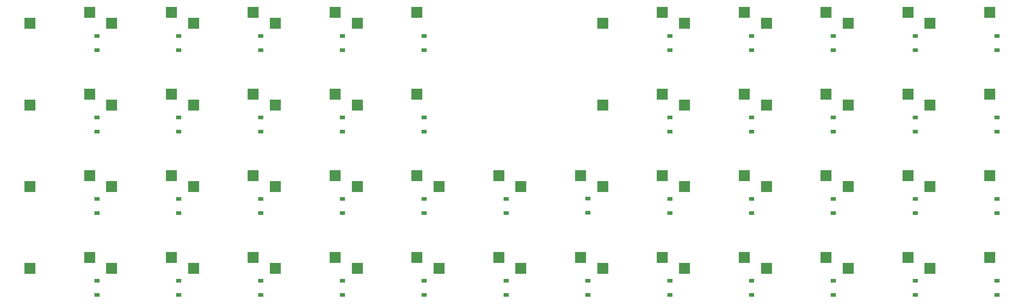
<source format=gbr>
%TF.GenerationSoftware,KiCad,Pcbnew,(5.99.0-8803-gb07c8110c8)*%
%TF.CreationDate,2021-05-08T13:19:11+01:00*%
%TF.ProjectId,Inflorescent,496e666c-6f72-4657-9363-656e742e6b69,rev?*%
%TF.SameCoordinates,PXf42400PY8954400*%
%TF.FileFunction,Paste,Bot*%
%TF.FilePolarity,Positive*%
%FSLAX46Y46*%
G04 Gerber Fmt 4.6, Leading zero omitted, Abs format (unit mm)*
G04 Created by KiCad (PCBNEW (5.99.0-8803-gb07c8110c8)) date 2021-05-08 13:19:11*
%MOMM*%
%LPD*%
G01*
G04 APERTURE LIST*
%ADD10R,2.550000X2.500000*%
%ADD11R,1.200000X0.900000*%
G04 APERTURE END LIST*
D10*
%TO.C,SW9*%
X172290000Y76080000D03*
X158440000Y73540000D03*
%TD*%
%TO.C,SW11*%
X210290000Y76080000D03*
X196440000Y73540000D03*
%TD*%
%TO.C,SW16*%
X77290000Y57080000D03*
X63440000Y54540000D03*
%TD*%
%TO.C,SW23*%
X210290000Y57080000D03*
X196440000Y54540000D03*
%TD*%
%TO.C,SW31*%
X134290000Y38080000D03*
X120440000Y35540000D03*
%TD*%
%TO.C,SW26*%
X39290000Y38080000D03*
X25440000Y35540000D03*
%TD*%
%TO.C,SW20*%
X153290000Y57080000D03*
X139440000Y54540000D03*
%TD*%
%TO.C,SW22*%
X191290000Y57080000D03*
X177440000Y54540000D03*
%TD*%
%TO.C,SW1*%
X20290000Y76080000D03*
X6440000Y73540000D03*
%TD*%
%TO.C,SW43*%
X134290000Y19080000D03*
X120440000Y16540000D03*
%TD*%
%TO.C,SW13*%
X20290000Y57080000D03*
X6440000Y54540000D03*
%TD*%
%TO.C,SW32*%
X153290000Y38080000D03*
X139440000Y35540000D03*
%TD*%
%TO.C,SW37*%
X20290000Y19080000D03*
X6440000Y16540000D03*
%TD*%
%TO.C,SW25*%
X20290000Y38080000D03*
X6440000Y35540000D03*
%TD*%
%TO.C,SW24*%
X229290000Y57080000D03*
X215440000Y54540000D03*
%TD*%
%TO.C,SW34*%
X191290000Y38080000D03*
X177440000Y35540000D03*
%TD*%
%TO.C,SW2*%
X39290000Y76080000D03*
X25440000Y73540000D03*
%TD*%
%TO.C,SW46*%
X191290000Y19080000D03*
X177440000Y16540000D03*
%TD*%
%TO.C,SW42*%
X115290000Y19080000D03*
X101440000Y16540000D03*
%TD*%
%TO.C,SW15*%
X58290000Y57080000D03*
X44440000Y54540000D03*
%TD*%
%TO.C,SW4*%
X77290000Y76080000D03*
X63440000Y73540000D03*
%TD*%
%TO.C,SW12*%
X229290000Y76080000D03*
X215440000Y73540000D03*
%TD*%
%TO.C,SW47*%
X210290000Y19080000D03*
X196440000Y16540000D03*
%TD*%
%TO.C,SW33*%
X172290000Y38080000D03*
X158440000Y35540000D03*
%TD*%
%TO.C,SW36*%
X229290000Y38080000D03*
X215440000Y35540000D03*
%TD*%
%TO.C,SW29*%
X96290000Y38080000D03*
X82440000Y35540000D03*
%TD*%
%TO.C,SW5*%
X96290000Y76080000D03*
X82440000Y73540000D03*
%TD*%
%TO.C,SW44*%
X153290000Y19080000D03*
X139440000Y16540000D03*
%TD*%
%TO.C,SW48*%
X229290000Y19080000D03*
X215440000Y16540000D03*
%TD*%
%TO.C,SW21*%
X172290000Y57080000D03*
X158440000Y54540000D03*
%TD*%
%TO.C,SW8*%
X153290000Y76080000D03*
X139440000Y73540000D03*
%TD*%
%TO.C,SW28*%
X77290000Y38080000D03*
X63440000Y35540000D03*
%TD*%
%TO.C,SW38*%
X39290000Y19080000D03*
X25440000Y16540000D03*
%TD*%
%TO.C,SW3*%
X58290000Y76080000D03*
X44440000Y73540000D03*
%TD*%
%TO.C,SW40*%
X77290000Y19080000D03*
X63440000Y16540000D03*
%TD*%
%TO.C,SW27*%
X58290000Y38080000D03*
X44440000Y35540000D03*
%TD*%
%TO.C,SW14*%
X39290000Y57080000D03*
X25440000Y54540000D03*
%TD*%
%TO.C,SW30*%
X115290000Y38080000D03*
X101440000Y35540000D03*
%TD*%
%TO.C,SW45*%
X172290000Y19080000D03*
X158440000Y16540000D03*
%TD*%
%TO.C,SW10*%
X191290000Y76080000D03*
X177440000Y73540000D03*
%TD*%
%TO.C,SW39*%
X58290000Y19080000D03*
X44440000Y16540000D03*
%TD*%
%TO.C,SW35*%
X210290000Y38080000D03*
X196440000Y35540000D03*
%TD*%
%TO.C,SW17*%
X96290000Y57080000D03*
X82440000Y54540000D03*
%TD*%
%TO.C,SW41*%
X96290000Y19080000D03*
X82440000Y16540000D03*
%TD*%
D11*
%TO.C,D46*%
X193000000Y10350000D03*
X193000000Y13650000D03*
%TD*%
%TO.C,D32*%
X155000000Y29350000D03*
X155000000Y32650000D03*
%TD*%
%TO.C,D22*%
X193000000Y48350000D03*
X193000000Y51650000D03*
%TD*%
%TO.C,D37*%
X22000000Y10350000D03*
X22000000Y13650000D03*
%TD*%
%TO.C,D40*%
X79000000Y10350000D03*
X79000000Y13650000D03*
%TD*%
%TO.C,D3*%
X60000000Y67350000D03*
X60000000Y70650000D03*
%TD*%
%TO.C,D13*%
X22000000Y48350000D03*
X22000000Y51650000D03*
%TD*%
%TO.C,D31*%
X136000000Y29500000D03*
X136000000Y32800000D03*
%TD*%
%TO.C,D48*%
X231000000Y10350000D03*
X231000000Y13650000D03*
%TD*%
%TO.C,D8*%
X155000000Y67350000D03*
X155000000Y70650000D03*
%TD*%
%TO.C,D20*%
X155000000Y48350000D03*
X155000000Y51650000D03*
%TD*%
%TO.C,D21*%
X174000000Y48350000D03*
X174000000Y51650000D03*
%TD*%
%TO.C,D38*%
X41000000Y10350000D03*
X41000000Y13650000D03*
%TD*%
%TO.C,D33*%
X174000000Y29350000D03*
X174000000Y32650000D03*
%TD*%
%TO.C,D4*%
X79000000Y67350000D03*
X79000000Y70650000D03*
%TD*%
%TO.C,D41*%
X98000000Y10350000D03*
X98000000Y13650000D03*
%TD*%
%TO.C,D27*%
X60000000Y29350000D03*
X60000000Y32650000D03*
%TD*%
%TO.C,D15*%
X60000000Y48350000D03*
X60000000Y51650000D03*
%TD*%
%TO.C,D14*%
X41000000Y48350000D03*
X41000000Y51650000D03*
%TD*%
%TO.C,D26*%
X41000000Y29350000D03*
X41000000Y32650000D03*
%TD*%
%TO.C,D30*%
X117000000Y29350000D03*
X117000000Y32650000D03*
%TD*%
%TO.C,D36*%
X231000000Y29350000D03*
X231000000Y32650000D03*
%TD*%
%TO.C,D12*%
X231000000Y67350000D03*
X231000000Y70650000D03*
%TD*%
%TO.C,D1*%
X22000000Y67350000D03*
X22000000Y70650000D03*
%TD*%
%TO.C,D45*%
X174000000Y10350000D03*
X174000000Y13650000D03*
%TD*%
%TO.C,D16*%
X79000000Y48350000D03*
X79000000Y51650000D03*
%TD*%
%TO.C,D2*%
X41000000Y67350000D03*
X41000000Y70650000D03*
%TD*%
%TO.C,D43*%
X136000000Y10350000D03*
X136000000Y13650000D03*
%TD*%
%TO.C,D35*%
X212000000Y29350000D03*
X212000000Y32650000D03*
%TD*%
%TO.C,D11*%
X212000000Y67350000D03*
X212000000Y70650000D03*
%TD*%
%TO.C,D24*%
X231000000Y48350000D03*
X231000000Y51650000D03*
%TD*%
%TO.C,D28*%
X79000000Y29350000D03*
X79000000Y32650000D03*
%TD*%
%TO.C,D29*%
X98000000Y29350000D03*
X98000000Y32650000D03*
%TD*%
%TO.C,D9*%
X174000000Y67350000D03*
X174000000Y70650000D03*
%TD*%
%TO.C,D23*%
X212000000Y48350000D03*
X212000000Y51650000D03*
%TD*%
%TO.C,D17*%
X98000000Y48350000D03*
X98000000Y51650000D03*
%TD*%
%TO.C,D39*%
X60000000Y10350000D03*
X60000000Y13650000D03*
%TD*%
%TO.C,D25*%
X22000000Y29350000D03*
X22000000Y32650000D03*
%TD*%
%TO.C,D34*%
X193000000Y29350000D03*
X193000000Y32650000D03*
%TD*%
%TO.C,D10*%
X193000000Y67350000D03*
X193000000Y70650000D03*
%TD*%
%TO.C,D42*%
X117000000Y10350000D03*
X117000000Y13650000D03*
%TD*%
%TO.C,D5*%
X98000000Y67350000D03*
X98000000Y70650000D03*
%TD*%
%TO.C,D47*%
X212000000Y10350000D03*
X212000000Y13650000D03*
%TD*%
%TO.C,D44*%
X155000000Y10350000D03*
X155000000Y13650000D03*
%TD*%
M02*

</source>
